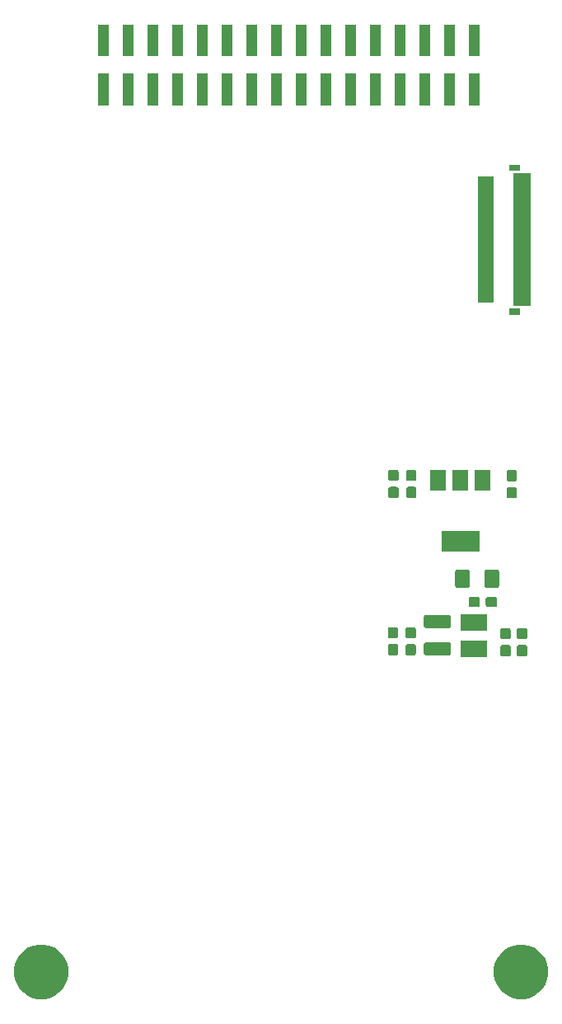
<source format=gbr>
G04 #@! TF.GenerationSoftware,KiCad,Pcbnew,(5.1.4)-1*
G04 #@! TF.CreationDate,2019-12-31T12:49:38+08:00*
G04 #@! TF.ProjectId,FH26W-45S-0.3SHW-DIP,46483236-572d-4343-9553-2d302e335348,rev?*
G04 #@! TF.SameCoordinates,Original*
G04 #@! TF.FileFunction,Soldermask,Bot*
G04 #@! TF.FilePolarity,Negative*
%FSLAX46Y46*%
G04 Gerber Fmt 4.6, Leading zero omitted, Abs format (unit mm)*
G04 Created by KiCad (PCBNEW (5.1.4)-1) date 2019-12-31 12:49:38*
%MOMM*%
%LPD*%
G04 APERTURE LIST*
%ADD10C,0.100000*%
G04 APERTURE END LIST*
D10*
G36*
X149517021Y-123606640D02*
G01*
X150026769Y-123817785D01*
X150026771Y-123817786D01*
X150485534Y-124124321D01*
X150875679Y-124514466D01*
X151182214Y-124973229D01*
X151182215Y-124973231D01*
X151393360Y-125482979D01*
X151501000Y-126024124D01*
X151501000Y-126575876D01*
X151393360Y-127117021D01*
X151182215Y-127626769D01*
X151182214Y-127626771D01*
X150875679Y-128085534D01*
X150485534Y-128475679D01*
X150026771Y-128782214D01*
X150026770Y-128782215D01*
X150026769Y-128782215D01*
X149517021Y-128993360D01*
X148975876Y-129101000D01*
X148424124Y-129101000D01*
X147882979Y-128993360D01*
X147373231Y-128782215D01*
X147373230Y-128782215D01*
X147373229Y-128782214D01*
X146914466Y-128475679D01*
X146524321Y-128085534D01*
X146217786Y-127626771D01*
X146217785Y-127626769D01*
X146006640Y-127117021D01*
X145899000Y-126575876D01*
X145899000Y-126024124D01*
X146006640Y-125482979D01*
X146217785Y-124973231D01*
X146217786Y-124973229D01*
X146524321Y-124514466D01*
X146914466Y-124124321D01*
X147373229Y-123817786D01*
X147373231Y-123817785D01*
X147882979Y-123606640D01*
X148424124Y-123499000D01*
X148975876Y-123499000D01*
X149517021Y-123606640D01*
X149517021Y-123606640D01*
G37*
G36*
X100217021Y-123606640D02*
G01*
X100726769Y-123817785D01*
X100726771Y-123817786D01*
X101185534Y-124124321D01*
X101575679Y-124514466D01*
X101882214Y-124973229D01*
X101882215Y-124973231D01*
X102093360Y-125482979D01*
X102201000Y-126024124D01*
X102201000Y-126575876D01*
X102093360Y-127117021D01*
X101882215Y-127626769D01*
X101882214Y-127626771D01*
X101575679Y-128085534D01*
X101185534Y-128475679D01*
X100726771Y-128782214D01*
X100726770Y-128782215D01*
X100726769Y-128782215D01*
X100217021Y-128993360D01*
X99675876Y-129101000D01*
X99124124Y-129101000D01*
X98582979Y-128993360D01*
X98073231Y-128782215D01*
X98073230Y-128782215D01*
X98073229Y-128782214D01*
X97614466Y-128475679D01*
X97224321Y-128085534D01*
X96917786Y-127626771D01*
X96917785Y-127626769D01*
X96706640Y-127117021D01*
X96599000Y-126575876D01*
X96599000Y-126024124D01*
X96706640Y-125482979D01*
X96917785Y-124973231D01*
X96917786Y-124973229D01*
X97224321Y-124514466D01*
X97614466Y-124124321D01*
X98073229Y-123817786D01*
X98073231Y-123817785D01*
X98582979Y-123606640D01*
X99124124Y-123499000D01*
X99675876Y-123499000D01*
X100217021Y-123606640D01*
X100217021Y-123606640D01*
G37*
G36*
X145186000Y-93951000D02*
G01*
X142534000Y-93951000D01*
X142534000Y-92289000D01*
X145186000Y-92289000D01*
X145186000Y-93951000D01*
X145186000Y-93951000D01*
G37*
G36*
X147474499Y-92748445D02*
G01*
X147511995Y-92759820D01*
X147546554Y-92778292D01*
X147576847Y-92803153D01*
X147601708Y-92833446D01*
X147620180Y-92868005D01*
X147631555Y-92905501D01*
X147636000Y-92950638D01*
X147636000Y-93689362D01*
X147631555Y-93734499D01*
X147620180Y-93771995D01*
X147601708Y-93806554D01*
X147576847Y-93836847D01*
X147546554Y-93861708D01*
X147511995Y-93880180D01*
X147474499Y-93891555D01*
X147429362Y-93896000D01*
X146790638Y-93896000D01*
X146745501Y-93891555D01*
X146708005Y-93880180D01*
X146673446Y-93861708D01*
X146643153Y-93836847D01*
X146618292Y-93806554D01*
X146599820Y-93771995D01*
X146588445Y-93734499D01*
X146584000Y-93689362D01*
X146584000Y-92950638D01*
X146588445Y-92905501D01*
X146599820Y-92868005D01*
X146618292Y-92833446D01*
X146643153Y-92803153D01*
X146673446Y-92778292D01*
X146708005Y-92759820D01*
X146745501Y-92748445D01*
X146790638Y-92744000D01*
X147429362Y-92744000D01*
X147474499Y-92748445D01*
X147474499Y-92748445D01*
G37*
G36*
X149174499Y-92738445D02*
G01*
X149211995Y-92749820D01*
X149246554Y-92768292D01*
X149276847Y-92793153D01*
X149301708Y-92823446D01*
X149320180Y-92858005D01*
X149331555Y-92895501D01*
X149336000Y-92940638D01*
X149336000Y-93679362D01*
X149331555Y-93724499D01*
X149320180Y-93761995D01*
X149301708Y-93796554D01*
X149276847Y-93826847D01*
X149246554Y-93851708D01*
X149211995Y-93870180D01*
X149174499Y-93881555D01*
X149129362Y-93886000D01*
X148490638Y-93886000D01*
X148445501Y-93881555D01*
X148408005Y-93870180D01*
X148373446Y-93851708D01*
X148343153Y-93826847D01*
X148318292Y-93796554D01*
X148299820Y-93761995D01*
X148288445Y-93724499D01*
X148284000Y-93679362D01*
X148284000Y-92940638D01*
X148288445Y-92895501D01*
X148299820Y-92858005D01*
X148318292Y-92823446D01*
X148343153Y-92793153D01*
X148373446Y-92768292D01*
X148408005Y-92749820D01*
X148445501Y-92738445D01*
X148490638Y-92734000D01*
X149129362Y-92734000D01*
X149174499Y-92738445D01*
X149174499Y-92738445D01*
G37*
G36*
X137734499Y-92658445D02*
G01*
X137771995Y-92669820D01*
X137806554Y-92688292D01*
X137836847Y-92713153D01*
X137861708Y-92743446D01*
X137880180Y-92778005D01*
X137891555Y-92815501D01*
X137896000Y-92860638D01*
X137896000Y-93599362D01*
X137891555Y-93644499D01*
X137880180Y-93681995D01*
X137861708Y-93716554D01*
X137836847Y-93746847D01*
X137806554Y-93771708D01*
X137771995Y-93790180D01*
X137734499Y-93801555D01*
X137689362Y-93806000D01*
X137050638Y-93806000D01*
X137005501Y-93801555D01*
X136968005Y-93790180D01*
X136933446Y-93771708D01*
X136903153Y-93746847D01*
X136878292Y-93716554D01*
X136859820Y-93681995D01*
X136848445Y-93644499D01*
X136844000Y-93599362D01*
X136844000Y-92860638D01*
X136848445Y-92815501D01*
X136859820Y-92778005D01*
X136878292Y-92743446D01*
X136903153Y-92713153D01*
X136933446Y-92688292D01*
X136968005Y-92669820D01*
X137005501Y-92658445D01*
X137050638Y-92654000D01*
X137689362Y-92654000D01*
X137734499Y-92658445D01*
X137734499Y-92658445D01*
G37*
G36*
X141328604Y-92448347D02*
G01*
X141365144Y-92459432D01*
X141398821Y-92477433D01*
X141428341Y-92501659D01*
X141452567Y-92531179D01*
X141470568Y-92564856D01*
X141481653Y-92601396D01*
X141486000Y-92645538D01*
X141486000Y-93594462D01*
X141481653Y-93638604D01*
X141470568Y-93675144D01*
X141452567Y-93708821D01*
X141428341Y-93738341D01*
X141398821Y-93762567D01*
X141365144Y-93780568D01*
X141328604Y-93791653D01*
X141284462Y-93796000D01*
X138935538Y-93796000D01*
X138891396Y-93791653D01*
X138854856Y-93780568D01*
X138821179Y-93762567D01*
X138791659Y-93738341D01*
X138767433Y-93708821D01*
X138749432Y-93675144D01*
X138738347Y-93638604D01*
X138734000Y-93594462D01*
X138734000Y-92645538D01*
X138738347Y-92601396D01*
X138749432Y-92564856D01*
X138767433Y-92531179D01*
X138791659Y-92501659D01*
X138821179Y-92477433D01*
X138854856Y-92459432D01*
X138891396Y-92448347D01*
X138935538Y-92444000D01*
X141284462Y-92444000D01*
X141328604Y-92448347D01*
X141328604Y-92448347D01*
G37*
G36*
X135914499Y-92648445D02*
G01*
X135951995Y-92659820D01*
X135986554Y-92678292D01*
X136016847Y-92703153D01*
X136041708Y-92733446D01*
X136060180Y-92768005D01*
X136071555Y-92805501D01*
X136076000Y-92850638D01*
X136076000Y-93589362D01*
X136071555Y-93634499D01*
X136060180Y-93671995D01*
X136041708Y-93706554D01*
X136016847Y-93736847D01*
X135986554Y-93761708D01*
X135951995Y-93780180D01*
X135914499Y-93791555D01*
X135869362Y-93796000D01*
X135230638Y-93796000D01*
X135185501Y-93791555D01*
X135148005Y-93780180D01*
X135113446Y-93761708D01*
X135083153Y-93736847D01*
X135058292Y-93706554D01*
X135039820Y-93671995D01*
X135028445Y-93634499D01*
X135024000Y-93589362D01*
X135024000Y-92850638D01*
X135028445Y-92805501D01*
X135039820Y-92768005D01*
X135058292Y-92733446D01*
X135083153Y-92703153D01*
X135113446Y-92678292D01*
X135148005Y-92659820D01*
X135185501Y-92648445D01*
X135230638Y-92644000D01*
X135869362Y-92644000D01*
X135914499Y-92648445D01*
X135914499Y-92648445D01*
G37*
G36*
X147474499Y-90998445D02*
G01*
X147511995Y-91009820D01*
X147546554Y-91028292D01*
X147576847Y-91053153D01*
X147601708Y-91083446D01*
X147620180Y-91118005D01*
X147631555Y-91155501D01*
X147636000Y-91200638D01*
X147636000Y-91939362D01*
X147631555Y-91984499D01*
X147620180Y-92021995D01*
X147601708Y-92056554D01*
X147576847Y-92086847D01*
X147546554Y-92111708D01*
X147511995Y-92130180D01*
X147474499Y-92141555D01*
X147429362Y-92146000D01*
X146790638Y-92146000D01*
X146745501Y-92141555D01*
X146708005Y-92130180D01*
X146673446Y-92111708D01*
X146643153Y-92086847D01*
X146618292Y-92056554D01*
X146599820Y-92021995D01*
X146588445Y-91984499D01*
X146584000Y-91939362D01*
X146584000Y-91200638D01*
X146588445Y-91155501D01*
X146599820Y-91118005D01*
X146618292Y-91083446D01*
X146643153Y-91053153D01*
X146673446Y-91028292D01*
X146708005Y-91009820D01*
X146745501Y-90998445D01*
X146790638Y-90994000D01*
X147429362Y-90994000D01*
X147474499Y-90998445D01*
X147474499Y-90998445D01*
G37*
G36*
X149174499Y-90988445D02*
G01*
X149211995Y-90999820D01*
X149246554Y-91018292D01*
X149276847Y-91043153D01*
X149301708Y-91073446D01*
X149320180Y-91108005D01*
X149331555Y-91145501D01*
X149336000Y-91190638D01*
X149336000Y-91929362D01*
X149331555Y-91974499D01*
X149320180Y-92011995D01*
X149301708Y-92046554D01*
X149276847Y-92076847D01*
X149246554Y-92101708D01*
X149211995Y-92120180D01*
X149174499Y-92131555D01*
X149129362Y-92136000D01*
X148490638Y-92136000D01*
X148445501Y-92131555D01*
X148408005Y-92120180D01*
X148373446Y-92101708D01*
X148343153Y-92076847D01*
X148318292Y-92046554D01*
X148299820Y-92011995D01*
X148288445Y-91974499D01*
X148284000Y-91929362D01*
X148284000Y-91190638D01*
X148288445Y-91145501D01*
X148299820Y-91108005D01*
X148318292Y-91073446D01*
X148343153Y-91043153D01*
X148373446Y-91018292D01*
X148408005Y-90999820D01*
X148445501Y-90988445D01*
X148490638Y-90984000D01*
X149129362Y-90984000D01*
X149174499Y-90988445D01*
X149174499Y-90988445D01*
G37*
G36*
X137734499Y-90908445D02*
G01*
X137771995Y-90919820D01*
X137806554Y-90938292D01*
X137836847Y-90963153D01*
X137861708Y-90993446D01*
X137880180Y-91028005D01*
X137891555Y-91065501D01*
X137896000Y-91110638D01*
X137896000Y-91849362D01*
X137891555Y-91894499D01*
X137880180Y-91931995D01*
X137861708Y-91966554D01*
X137836847Y-91996847D01*
X137806554Y-92021708D01*
X137771995Y-92040180D01*
X137734499Y-92051555D01*
X137689362Y-92056000D01*
X137050638Y-92056000D01*
X137005501Y-92051555D01*
X136968005Y-92040180D01*
X136933446Y-92021708D01*
X136903153Y-91996847D01*
X136878292Y-91966554D01*
X136859820Y-91931995D01*
X136848445Y-91894499D01*
X136844000Y-91849362D01*
X136844000Y-91110638D01*
X136848445Y-91065501D01*
X136859820Y-91028005D01*
X136878292Y-90993446D01*
X136903153Y-90963153D01*
X136933446Y-90938292D01*
X136968005Y-90919820D01*
X137005501Y-90908445D01*
X137050638Y-90904000D01*
X137689362Y-90904000D01*
X137734499Y-90908445D01*
X137734499Y-90908445D01*
G37*
G36*
X135914499Y-90898445D02*
G01*
X135951995Y-90909820D01*
X135986554Y-90928292D01*
X136016847Y-90953153D01*
X136041708Y-90983446D01*
X136060180Y-91018005D01*
X136071555Y-91055501D01*
X136076000Y-91100638D01*
X136076000Y-91839362D01*
X136071555Y-91884499D01*
X136060180Y-91921995D01*
X136041708Y-91956554D01*
X136016847Y-91986847D01*
X135986554Y-92011708D01*
X135951995Y-92030180D01*
X135914499Y-92041555D01*
X135869362Y-92046000D01*
X135230638Y-92046000D01*
X135185501Y-92041555D01*
X135148005Y-92030180D01*
X135113446Y-92011708D01*
X135083153Y-91986847D01*
X135058292Y-91956554D01*
X135039820Y-91921995D01*
X135028445Y-91884499D01*
X135024000Y-91839362D01*
X135024000Y-91100638D01*
X135028445Y-91055501D01*
X135039820Y-91018005D01*
X135058292Y-90983446D01*
X135083153Y-90953153D01*
X135113446Y-90928292D01*
X135148005Y-90909820D01*
X135185501Y-90898445D01*
X135230638Y-90894000D01*
X135869362Y-90894000D01*
X135914499Y-90898445D01*
X135914499Y-90898445D01*
G37*
G36*
X145186000Y-91251000D02*
G01*
X142534000Y-91251000D01*
X142534000Y-89589000D01*
X145186000Y-89589000D01*
X145186000Y-91251000D01*
X145186000Y-91251000D01*
G37*
G36*
X141328604Y-89648347D02*
G01*
X141365144Y-89659432D01*
X141398821Y-89677433D01*
X141428341Y-89701659D01*
X141452567Y-89731179D01*
X141470568Y-89764856D01*
X141481653Y-89801396D01*
X141486000Y-89845538D01*
X141486000Y-90794462D01*
X141481653Y-90838604D01*
X141470568Y-90875144D01*
X141452567Y-90908821D01*
X141428341Y-90938341D01*
X141398821Y-90962567D01*
X141365144Y-90980568D01*
X141328604Y-90991653D01*
X141284462Y-90996000D01*
X138935538Y-90996000D01*
X138891396Y-90991653D01*
X138854856Y-90980568D01*
X138821179Y-90962567D01*
X138791659Y-90938341D01*
X138767433Y-90908821D01*
X138749432Y-90875144D01*
X138738347Y-90838604D01*
X138734000Y-90794462D01*
X138734000Y-89845538D01*
X138738347Y-89801396D01*
X138749432Y-89764856D01*
X138767433Y-89731179D01*
X138791659Y-89701659D01*
X138821179Y-89677433D01*
X138854856Y-89659432D01*
X138891396Y-89648347D01*
X138935538Y-89644000D01*
X141284462Y-89644000D01*
X141328604Y-89648347D01*
X141328604Y-89648347D01*
G37*
G36*
X146074499Y-87798445D02*
G01*
X146111995Y-87809820D01*
X146146554Y-87828292D01*
X146176847Y-87853153D01*
X146201708Y-87883446D01*
X146220180Y-87918005D01*
X146231555Y-87955501D01*
X146236000Y-88000638D01*
X146236000Y-88639362D01*
X146231555Y-88684499D01*
X146220180Y-88721995D01*
X146201708Y-88756554D01*
X146176847Y-88786847D01*
X146146554Y-88811708D01*
X146111995Y-88830180D01*
X146074499Y-88841555D01*
X146029362Y-88846000D01*
X145290638Y-88846000D01*
X145245501Y-88841555D01*
X145208005Y-88830180D01*
X145173446Y-88811708D01*
X145143153Y-88786847D01*
X145118292Y-88756554D01*
X145099820Y-88721995D01*
X145088445Y-88684499D01*
X145084000Y-88639362D01*
X145084000Y-88000638D01*
X145088445Y-87955501D01*
X145099820Y-87918005D01*
X145118292Y-87883446D01*
X145143153Y-87853153D01*
X145173446Y-87828292D01*
X145208005Y-87809820D01*
X145245501Y-87798445D01*
X145290638Y-87794000D01*
X146029362Y-87794000D01*
X146074499Y-87798445D01*
X146074499Y-87798445D01*
G37*
G36*
X144324499Y-87798445D02*
G01*
X144361995Y-87809820D01*
X144396554Y-87828292D01*
X144426847Y-87853153D01*
X144451708Y-87883446D01*
X144470180Y-87918005D01*
X144481555Y-87955501D01*
X144486000Y-88000638D01*
X144486000Y-88639362D01*
X144481555Y-88684499D01*
X144470180Y-88721995D01*
X144451708Y-88756554D01*
X144426847Y-88786847D01*
X144396554Y-88811708D01*
X144361995Y-88830180D01*
X144324499Y-88841555D01*
X144279362Y-88846000D01*
X143540638Y-88846000D01*
X143495501Y-88841555D01*
X143458005Y-88830180D01*
X143423446Y-88811708D01*
X143393153Y-88786847D01*
X143368292Y-88756554D01*
X143349820Y-88721995D01*
X143338445Y-88684499D01*
X143334000Y-88639362D01*
X143334000Y-88000638D01*
X143338445Y-87955501D01*
X143349820Y-87918005D01*
X143368292Y-87883446D01*
X143393153Y-87853153D01*
X143423446Y-87828292D01*
X143458005Y-87809820D01*
X143495501Y-87798445D01*
X143540638Y-87794000D01*
X144279362Y-87794000D01*
X144324499Y-87798445D01*
X144324499Y-87798445D01*
G37*
G36*
X146298062Y-84998181D02*
G01*
X146332981Y-85008774D01*
X146365163Y-85025976D01*
X146393373Y-85049127D01*
X146416524Y-85077337D01*
X146433726Y-85109519D01*
X146444319Y-85144438D01*
X146448500Y-85186895D01*
X146448500Y-86653105D01*
X146444319Y-86695562D01*
X146433726Y-86730481D01*
X146416524Y-86762663D01*
X146393373Y-86790873D01*
X146365163Y-86814024D01*
X146332981Y-86831226D01*
X146298062Y-86841819D01*
X146255605Y-86846000D01*
X145114395Y-86846000D01*
X145071938Y-86841819D01*
X145037019Y-86831226D01*
X145004837Y-86814024D01*
X144976627Y-86790873D01*
X144953476Y-86762663D01*
X144936274Y-86730481D01*
X144925681Y-86695562D01*
X144921500Y-86653105D01*
X144921500Y-85186895D01*
X144925681Y-85144438D01*
X144936274Y-85109519D01*
X144953476Y-85077337D01*
X144976627Y-85049127D01*
X145004837Y-85025976D01*
X145037019Y-85008774D01*
X145071938Y-84998181D01*
X145114395Y-84994000D01*
X146255605Y-84994000D01*
X146298062Y-84998181D01*
X146298062Y-84998181D01*
G37*
G36*
X143323062Y-84998181D02*
G01*
X143357981Y-85008774D01*
X143390163Y-85025976D01*
X143418373Y-85049127D01*
X143441524Y-85077337D01*
X143458726Y-85109519D01*
X143469319Y-85144438D01*
X143473500Y-85186895D01*
X143473500Y-86653105D01*
X143469319Y-86695562D01*
X143458726Y-86730481D01*
X143441524Y-86762663D01*
X143418373Y-86790873D01*
X143390163Y-86814024D01*
X143357981Y-86831226D01*
X143323062Y-86841819D01*
X143280605Y-86846000D01*
X142139395Y-86846000D01*
X142096938Y-86841819D01*
X142062019Y-86831226D01*
X142029837Y-86814024D01*
X142001627Y-86790873D01*
X141978476Y-86762663D01*
X141961274Y-86730481D01*
X141950681Y-86695562D01*
X141946500Y-86653105D01*
X141946500Y-85186895D01*
X141950681Y-85144438D01*
X141961274Y-85109519D01*
X141978476Y-85077337D01*
X142001627Y-85049127D01*
X142029837Y-85025976D01*
X142062019Y-85008774D01*
X142096938Y-84998181D01*
X142139395Y-84994000D01*
X143280605Y-84994000D01*
X143323062Y-84998181D01*
X143323062Y-84998181D01*
G37*
G36*
X144421000Y-83161000D02*
G01*
X140519000Y-83161000D01*
X140519000Y-81059000D01*
X144421000Y-81059000D01*
X144421000Y-83161000D01*
X144421000Y-83161000D01*
G37*
G36*
X148104499Y-76533445D02*
G01*
X148141995Y-76544820D01*
X148176554Y-76563292D01*
X148206847Y-76588153D01*
X148231708Y-76618446D01*
X148250180Y-76653005D01*
X148261555Y-76690501D01*
X148266000Y-76735638D01*
X148266000Y-77474362D01*
X148261555Y-77519499D01*
X148250180Y-77556995D01*
X148231708Y-77591554D01*
X148206847Y-77621847D01*
X148176554Y-77646708D01*
X148141995Y-77665180D01*
X148104499Y-77676555D01*
X148059362Y-77681000D01*
X147420638Y-77681000D01*
X147375501Y-77676555D01*
X147338005Y-77665180D01*
X147303446Y-77646708D01*
X147273153Y-77621847D01*
X147248292Y-77591554D01*
X147229820Y-77556995D01*
X147218445Y-77519499D01*
X147214000Y-77474362D01*
X147214000Y-76735638D01*
X147218445Y-76690501D01*
X147229820Y-76653005D01*
X147248292Y-76618446D01*
X147273153Y-76588153D01*
X147303446Y-76563292D01*
X147338005Y-76544820D01*
X147375501Y-76533445D01*
X147420638Y-76529000D01*
X148059362Y-76529000D01*
X148104499Y-76533445D01*
X148104499Y-76533445D01*
G37*
G36*
X137804499Y-76498445D02*
G01*
X137841995Y-76509820D01*
X137876554Y-76528292D01*
X137906847Y-76553153D01*
X137931708Y-76583446D01*
X137950180Y-76618005D01*
X137961555Y-76655501D01*
X137966000Y-76700638D01*
X137966000Y-77439362D01*
X137961555Y-77484499D01*
X137950180Y-77521995D01*
X137931708Y-77556554D01*
X137906847Y-77586847D01*
X137876554Y-77611708D01*
X137841995Y-77630180D01*
X137804499Y-77641555D01*
X137759362Y-77646000D01*
X137120638Y-77646000D01*
X137075501Y-77641555D01*
X137038005Y-77630180D01*
X137003446Y-77611708D01*
X136973153Y-77586847D01*
X136948292Y-77556554D01*
X136929820Y-77521995D01*
X136918445Y-77484499D01*
X136914000Y-77439362D01*
X136914000Y-76700638D01*
X136918445Y-76655501D01*
X136929820Y-76618005D01*
X136948292Y-76583446D01*
X136973153Y-76553153D01*
X137003446Y-76528292D01*
X137038005Y-76509820D01*
X137075501Y-76498445D01*
X137120638Y-76494000D01*
X137759362Y-76494000D01*
X137804499Y-76498445D01*
X137804499Y-76498445D01*
G37*
G36*
X135954499Y-76498445D02*
G01*
X135991995Y-76509820D01*
X136026554Y-76528292D01*
X136056847Y-76553153D01*
X136081708Y-76583446D01*
X136100180Y-76618005D01*
X136111555Y-76655501D01*
X136116000Y-76700638D01*
X136116000Y-77439362D01*
X136111555Y-77484499D01*
X136100180Y-77521995D01*
X136081708Y-77556554D01*
X136056847Y-77586847D01*
X136026554Y-77611708D01*
X135991995Y-77630180D01*
X135954499Y-77641555D01*
X135909362Y-77646000D01*
X135270638Y-77646000D01*
X135225501Y-77641555D01*
X135188005Y-77630180D01*
X135153446Y-77611708D01*
X135123153Y-77586847D01*
X135098292Y-77556554D01*
X135079820Y-77521995D01*
X135068445Y-77484499D01*
X135064000Y-77439362D01*
X135064000Y-76700638D01*
X135068445Y-76655501D01*
X135079820Y-76618005D01*
X135098292Y-76583446D01*
X135123153Y-76553153D01*
X135153446Y-76528292D01*
X135188005Y-76509820D01*
X135225501Y-76498445D01*
X135270638Y-76494000D01*
X135909362Y-76494000D01*
X135954499Y-76498445D01*
X135954499Y-76498445D01*
G37*
G36*
X143271000Y-76861000D02*
G01*
X141669000Y-76861000D01*
X141669000Y-74759000D01*
X143271000Y-74759000D01*
X143271000Y-76861000D01*
X143271000Y-76861000D01*
G37*
G36*
X145571000Y-76861000D02*
G01*
X143969000Y-76861000D01*
X143969000Y-74759000D01*
X145571000Y-74759000D01*
X145571000Y-76861000D01*
X145571000Y-76861000D01*
G37*
G36*
X140971000Y-76861000D02*
G01*
X139369000Y-76861000D01*
X139369000Y-74759000D01*
X140971000Y-74759000D01*
X140971000Y-76861000D01*
X140971000Y-76861000D01*
G37*
G36*
X148104499Y-74783445D02*
G01*
X148141995Y-74794820D01*
X148176554Y-74813292D01*
X148206847Y-74838153D01*
X148231708Y-74868446D01*
X148250180Y-74903005D01*
X148261555Y-74940501D01*
X148266000Y-74985638D01*
X148266000Y-75724362D01*
X148261555Y-75769499D01*
X148250180Y-75806995D01*
X148231708Y-75841554D01*
X148206847Y-75871847D01*
X148176554Y-75896708D01*
X148141995Y-75915180D01*
X148104499Y-75926555D01*
X148059362Y-75931000D01*
X147420638Y-75931000D01*
X147375501Y-75926555D01*
X147338005Y-75915180D01*
X147303446Y-75896708D01*
X147273153Y-75871847D01*
X147248292Y-75841554D01*
X147229820Y-75806995D01*
X147218445Y-75769499D01*
X147214000Y-75724362D01*
X147214000Y-74985638D01*
X147218445Y-74940501D01*
X147229820Y-74903005D01*
X147248292Y-74868446D01*
X147273153Y-74838153D01*
X147303446Y-74813292D01*
X147338005Y-74794820D01*
X147375501Y-74783445D01*
X147420638Y-74779000D01*
X148059362Y-74779000D01*
X148104499Y-74783445D01*
X148104499Y-74783445D01*
G37*
G36*
X137804499Y-74748445D02*
G01*
X137841995Y-74759820D01*
X137876554Y-74778292D01*
X137906847Y-74803153D01*
X137931708Y-74833446D01*
X137950180Y-74868005D01*
X137961555Y-74905501D01*
X137966000Y-74950638D01*
X137966000Y-75689362D01*
X137961555Y-75734499D01*
X137950180Y-75771995D01*
X137931708Y-75806554D01*
X137906847Y-75836847D01*
X137876554Y-75861708D01*
X137841995Y-75880180D01*
X137804499Y-75891555D01*
X137759362Y-75896000D01*
X137120638Y-75896000D01*
X137075501Y-75891555D01*
X137038005Y-75880180D01*
X137003446Y-75861708D01*
X136973153Y-75836847D01*
X136948292Y-75806554D01*
X136929820Y-75771995D01*
X136918445Y-75734499D01*
X136914000Y-75689362D01*
X136914000Y-74950638D01*
X136918445Y-74905501D01*
X136929820Y-74868005D01*
X136948292Y-74833446D01*
X136973153Y-74803153D01*
X137003446Y-74778292D01*
X137038005Y-74759820D01*
X137075501Y-74748445D01*
X137120638Y-74744000D01*
X137759362Y-74744000D01*
X137804499Y-74748445D01*
X137804499Y-74748445D01*
G37*
G36*
X135954499Y-74748445D02*
G01*
X135991995Y-74759820D01*
X136026554Y-74778292D01*
X136056847Y-74803153D01*
X136081708Y-74833446D01*
X136100180Y-74868005D01*
X136111555Y-74905501D01*
X136116000Y-74950638D01*
X136116000Y-75689362D01*
X136111555Y-75734499D01*
X136100180Y-75771995D01*
X136081708Y-75806554D01*
X136056847Y-75836847D01*
X136026554Y-75861708D01*
X135991995Y-75880180D01*
X135954499Y-75891555D01*
X135909362Y-75896000D01*
X135270638Y-75896000D01*
X135225501Y-75891555D01*
X135188005Y-75880180D01*
X135153446Y-75861708D01*
X135123153Y-75836847D01*
X135098292Y-75806554D01*
X135079820Y-75771995D01*
X135068445Y-75734499D01*
X135064000Y-75689362D01*
X135064000Y-74950638D01*
X135068445Y-74905501D01*
X135079820Y-74868005D01*
X135098292Y-74833446D01*
X135123153Y-74803153D01*
X135153446Y-74778292D01*
X135188005Y-74759820D01*
X135225501Y-74748445D01*
X135270638Y-74744000D01*
X135909362Y-74744000D01*
X135954499Y-74748445D01*
X135954499Y-74748445D01*
G37*
G36*
X148611000Y-58826000D02*
G01*
X147509000Y-58826000D01*
X147509000Y-58174000D01*
X148611000Y-58174000D01*
X148611000Y-58826000D01*
X148611000Y-58826000D01*
G37*
G36*
X149671000Y-57921000D02*
G01*
X147919000Y-57921000D01*
X147919000Y-44319000D01*
X149671000Y-44319000D01*
X149671000Y-57921000D01*
X149671000Y-57921000D01*
G37*
G36*
X145911000Y-57601000D02*
G01*
X144309000Y-57601000D01*
X144309000Y-44599000D01*
X145911000Y-44599000D01*
X145911000Y-57601000D01*
X145911000Y-57601000D01*
G37*
G36*
X148611000Y-44066000D02*
G01*
X147509000Y-44066000D01*
X147509000Y-43414000D01*
X148611000Y-43414000D01*
X148611000Y-44066000D01*
X148611000Y-44066000D01*
G37*
G36*
X121551000Y-37301000D02*
G01*
X120449000Y-37301000D01*
X120449000Y-34049000D01*
X121551000Y-34049000D01*
X121551000Y-37301000D01*
X121551000Y-37301000D01*
G37*
G36*
X106311000Y-37301000D02*
G01*
X105209000Y-37301000D01*
X105209000Y-34049000D01*
X106311000Y-34049000D01*
X106311000Y-37301000D01*
X106311000Y-37301000D01*
G37*
G36*
X108851000Y-37301000D02*
G01*
X107749000Y-37301000D01*
X107749000Y-34049000D01*
X108851000Y-34049000D01*
X108851000Y-37301000D01*
X108851000Y-37301000D01*
G37*
G36*
X111391000Y-37301000D02*
G01*
X110289000Y-37301000D01*
X110289000Y-34049000D01*
X111391000Y-34049000D01*
X111391000Y-37301000D01*
X111391000Y-37301000D01*
G37*
G36*
X113931000Y-37301000D02*
G01*
X112829000Y-37301000D01*
X112829000Y-34049000D01*
X113931000Y-34049000D01*
X113931000Y-37301000D01*
X113931000Y-37301000D01*
G37*
G36*
X116471000Y-37301000D02*
G01*
X115369000Y-37301000D01*
X115369000Y-34049000D01*
X116471000Y-34049000D01*
X116471000Y-37301000D01*
X116471000Y-37301000D01*
G37*
G36*
X119011000Y-37301000D02*
G01*
X117909000Y-37301000D01*
X117909000Y-34049000D01*
X119011000Y-34049000D01*
X119011000Y-37301000D01*
X119011000Y-37301000D01*
G37*
G36*
X144411000Y-37301000D02*
G01*
X143309000Y-37301000D01*
X143309000Y-34049000D01*
X144411000Y-34049000D01*
X144411000Y-37301000D01*
X144411000Y-37301000D01*
G37*
G36*
X139331000Y-37301000D02*
G01*
X138229000Y-37301000D01*
X138229000Y-34049000D01*
X139331000Y-34049000D01*
X139331000Y-37301000D01*
X139331000Y-37301000D01*
G37*
G36*
X136791000Y-37301000D02*
G01*
X135689000Y-37301000D01*
X135689000Y-34049000D01*
X136791000Y-34049000D01*
X136791000Y-37301000D01*
X136791000Y-37301000D01*
G37*
G36*
X134251000Y-37301000D02*
G01*
X133149000Y-37301000D01*
X133149000Y-34049000D01*
X134251000Y-34049000D01*
X134251000Y-37301000D01*
X134251000Y-37301000D01*
G37*
G36*
X131711000Y-37301000D02*
G01*
X130609000Y-37301000D01*
X130609000Y-34049000D01*
X131711000Y-34049000D01*
X131711000Y-37301000D01*
X131711000Y-37301000D01*
G37*
G36*
X129171000Y-37301000D02*
G01*
X128069000Y-37301000D01*
X128069000Y-34049000D01*
X129171000Y-34049000D01*
X129171000Y-37301000D01*
X129171000Y-37301000D01*
G37*
G36*
X124091000Y-37301000D02*
G01*
X122989000Y-37301000D01*
X122989000Y-34049000D01*
X124091000Y-34049000D01*
X124091000Y-37301000D01*
X124091000Y-37301000D01*
G37*
G36*
X126631000Y-37301000D02*
G01*
X125529000Y-37301000D01*
X125529000Y-34049000D01*
X126631000Y-34049000D01*
X126631000Y-37301000D01*
X126631000Y-37301000D01*
G37*
G36*
X141871000Y-37301000D02*
G01*
X140769000Y-37301000D01*
X140769000Y-34049000D01*
X141871000Y-34049000D01*
X141871000Y-37301000D01*
X141871000Y-37301000D01*
G37*
G36*
X144411000Y-32251000D02*
G01*
X143309000Y-32251000D01*
X143309000Y-28999000D01*
X144411000Y-28999000D01*
X144411000Y-32251000D01*
X144411000Y-32251000D01*
G37*
G36*
X141871000Y-32251000D02*
G01*
X140769000Y-32251000D01*
X140769000Y-28999000D01*
X141871000Y-28999000D01*
X141871000Y-32251000D01*
X141871000Y-32251000D01*
G37*
G36*
X139331000Y-32251000D02*
G01*
X138229000Y-32251000D01*
X138229000Y-28999000D01*
X139331000Y-28999000D01*
X139331000Y-32251000D01*
X139331000Y-32251000D01*
G37*
G36*
X136791000Y-32251000D02*
G01*
X135689000Y-32251000D01*
X135689000Y-28999000D01*
X136791000Y-28999000D01*
X136791000Y-32251000D01*
X136791000Y-32251000D01*
G37*
G36*
X134251000Y-32251000D02*
G01*
X133149000Y-32251000D01*
X133149000Y-28999000D01*
X134251000Y-28999000D01*
X134251000Y-32251000D01*
X134251000Y-32251000D01*
G37*
G36*
X119011000Y-32251000D02*
G01*
X117909000Y-32251000D01*
X117909000Y-28999000D01*
X119011000Y-28999000D01*
X119011000Y-32251000D01*
X119011000Y-32251000D01*
G37*
G36*
X106311000Y-32251000D02*
G01*
X105209000Y-32251000D01*
X105209000Y-28999000D01*
X106311000Y-28999000D01*
X106311000Y-32251000D01*
X106311000Y-32251000D01*
G37*
G36*
X121551000Y-32251000D02*
G01*
X120449000Y-32251000D01*
X120449000Y-28999000D01*
X121551000Y-28999000D01*
X121551000Y-32251000D01*
X121551000Y-32251000D01*
G37*
G36*
X124091000Y-32251000D02*
G01*
X122989000Y-32251000D01*
X122989000Y-28999000D01*
X124091000Y-28999000D01*
X124091000Y-32251000D01*
X124091000Y-32251000D01*
G37*
G36*
X111391000Y-32251000D02*
G01*
X110289000Y-32251000D01*
X110289000Y-28999000D01*
X111391000Y-28999000D01*
X111391000Y-32251000D01*
X111391000Y-32251000D01*
G37*
G36*
X126631000Y-32251000D02*
G01*
X125529000Y-32251000D01*
X125529000Y-28999000D01*
X126631000Y-28999000D01*
X126631000Y-32251000D01*
X126631000Y-32251000D01*
G37*
G36*
X113931000Y-32251000D02*
G01*
X112829000Y-32251000D01*
X112829000Y-28999000D01*
X113931000Y-28999000D01*
X113931000Y-32251000D01*
X113931000Y-32251000D01*
G37*
G36*
X129171000Y-32251000D02*
G01*
X128069000Y-32251000D01*
X128069000Y-28999000D01*
X129171000Y-28999000D01*
X129171000Y-32251000D01*
X129171000Y-32251000D01*
G37*
G36*
X116471000Y-32251000D02*
G01*
X115369000Y-32251000D01*
X115369000Y-28999000D01*
X116471000Y-28999000D01*
X116471000Y-32251000D01*
X116471000Y-32251000D01*
G37*
G36*
X108851000Y-32251000D02*
G01*
X107749000Y-32251000D01*
X107749000Y-28999000D01*
X108851000Y-28999000D01*
X108851000Y-32251000D01*
X108851000Y-32251000D01*
G37*
G36*
X131711000Y-32251000D02*
G01*
X130609000Y-32251000D01*
X130609000Y-28999000D01*
X131711000Y-28999000D01*
X131711000Y-32251000D01*
X131711000Y-32251000D01*
G37*
M02*

</source>
